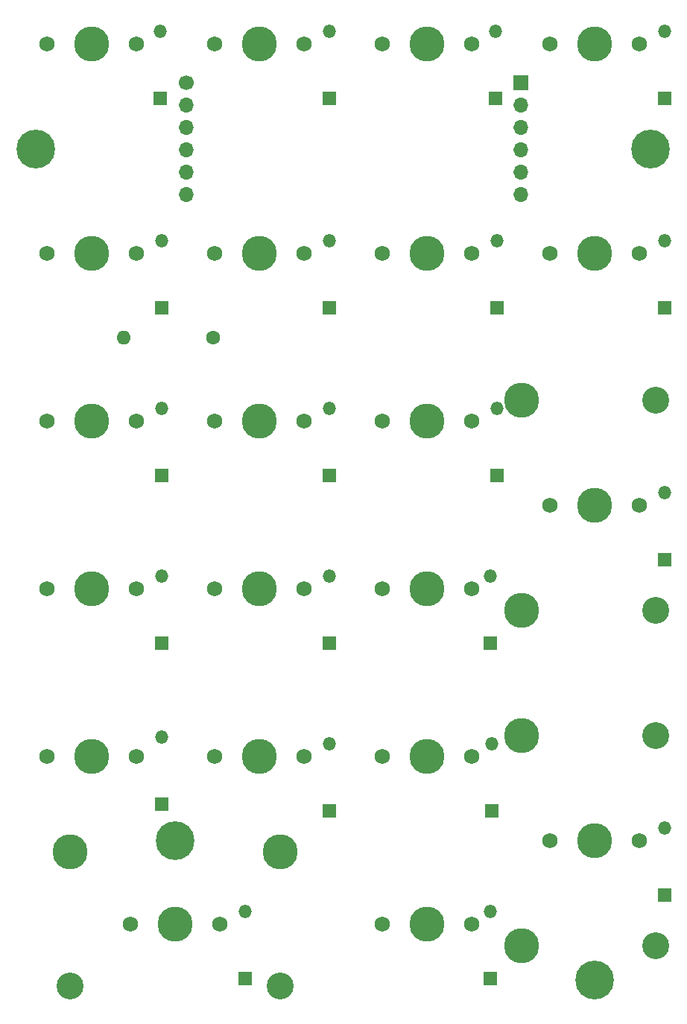
<source format=gbr>
%TF.GenerationSoftware,KiCad,Pcbnew,(6.0.2)*%
%TF.CreationDate,2022-02-21T00:40:36-05:00*%
%TF.ProjectId,Numpad,4e756d70-6164-42e6-9b69-6361645f7063,rev?*%
%TF.SameCoordinates,Original*%
%TF.FileFunction,Soldermask,Top*%
%TF.FilePolarity,Negative*%
%FSLAX46Y46*%
G04 Gerber Fmt 4.6, Leading zero omitted, Abs format (unit mm)*
G04 Created by KiCad (PCBNEW (6.0.2)) date 2022-02-21 00:40:36*
%MOMM*%
%LPD*%
G01*
G04 APERTURE LIST*
%ADD10C,1.750000*%
%ADD11C,3.987800*%
%ADD12C,3.048000*%
%ADD13C,4.400000*%
%ADD14O,1.700000X1.700000*%
%ADD15R,1.700000X1.700000*%
%ADD16C,1.600000*%
%ADD17O,1.600000X1.600000*%
%ADD18R,1.500000X1.500000*%
%ADD19O,1.500000X1.500000*%
%ADD20C,1.700000*%
G04 APERTURE END LIST*
D10*
%TO.C,MX1*%
X28257500Y-33337500D03*
X38417500Y-33337500D03*
D11*
X33337500Y-33337500D03*
%TD*%
D10*
%TO.C,MX2*%
X57467499Y-33337499D03*
D11*
X52387499Y-33337499D03*
D10*
X47307499Y-33337499D03*
%TD*%
%TO.C,MX7*%
X76517499Y-57149999D03*
X66357499Y-57149999D03*
D11*
X71437499Y-57149999D03*
%TD*%
%TO.C,MX4*%
X90487499Y-33337499D03*
D10*
X85407499Y-33337499D03*
X95567499Y-33337499D03*
%TD*%
D11*
%TO.C,MX10*%
X52387499Y-76199999D03*
D10*
X57467499Y-76199999D03*
X47307499Y-76199999D03*
%TD*%
%TO.C,MX18*%
X76517499Y-114299999D03*
X66357499Y-114299999D03*
D11*
X71437499Y-114299999D03*
%TD*%
D10*
%TO.C,MX3*%
X66357499Y-33337499D03*
X76517499Y-33337499D03*
D11*
X71437499Y-33337499D03*
%TD*%
D10*
%TO.C,MX8*%
X85407499Y-57149999D03*
D11*
X90487499Y-57149999D03*
D10*
X95567499Y-57149999D03*
%TD*%
D11*
%TO.C,MX6*%
X52387499Y-57149999D03*
D10*
X57467499Y-57149999D03*
X47307499Y-57149999D03*
%TD*%
D11*
%TO.C,MX19*%
X42862499Y-133349999D03*
D12*
X54800499Y-140334999D03*
D10*
X37782499Y-133349999D03*
D11*
X30924499Y-125094999D03*
D12*
X30924499Y-140334999D03*
D11*
X54800499Y-125094999D03*
D10*
X47942499Y-133349999D03*
%TD*%
%TO.C,MX20*%
X66357499Y-133349999D03*
D11*
X71437499Y-133349999D03*
D10*
X76517499Y-133349999D03*
%TD*%
D11*
%TO.C,MX21*%
X82232499Y-135762999D03*
D12*
X97472499Y-135762999D03*
X97472499Y-111886999D03*
D11*
X90487499Y-123824999D03*
X82232499Y-111886999D03*
D10*
X95567499Y-123824999D03*
X85407499Y-123824999D03*
%TD*%
D11*
%TO.C,MX11*%
X71437499Y-76199999D03*
D10*
X76517499Y-76199999D03*
X66357499Y-76199999D03*
%TD*%
%TO.C,MX5*%
X28257499Y-57149999D03*
D11*
X33337499Y-57149999D03*
D10*
X38417499Y-57149999D03*
%TD*%
%TO.C,MX12*%
X38417499Y-95249999D03*
D11*
X33337499Y-95249999D03*
D10*
X28257499Y-95249999D03*
%TD*%
D11*
%TO.C,MX17*%
X52387499Y-114299999D03*
D10*
X57467499Y-114299999D03*
X47307499Y-114299999D03*
%TD*%
%TO.C,MX13*%
X57467499Y-95249999D03*
D11*
X52387499Y-95249999D03*
D10*
X47307499Y-95249999D03*
%TD*%
%TO.C,MX14*%
X66357499Y-95249999D03*
X76517499Y-95249999D03*
D11*
X71437499Y-95249999D03*
%TD*%
D10*
%TO.C,MX15*%
X95567499Y-85724999D03*
D11*
X82232499Y-73786999D03*
D12*
X97472499Y-97662999D03*
X97472499Y-73786999D03*
D11*
X90487499Y-85724999D03*
D10*
X85407499Y-85724999D03*
D11*
X82232499Y-97662999D03*
%TD*%
D10*
%TO.C,MX16*%
X38417499Y-114299999D03*
D11*
X33337499Y-114299999D03*
D10*
X28257499Y-114299999D03*
%TD*%
%TO.C,MX9*%
X28257499Y-76199999D03*
X38417499Y-76199999D03*
D11*
X33337499Y-76199999D03*
%TD*%
D13*
%TO.C,H1*%
X26987499Y-45243749D03*
%TD*%
D14*
%TO.C,J1*%
X82137249Y-50419000D03*
X82137249Y-47879000D03*
X82137249Y-45339000D03*
X82137249Y-42799000D03*
X82137249Y-40259000D03*
D15*
X82137249Y-37719000D03*
%TD*%
D16*
%TO.C,R1*%
X47148749Y-66674999D03*
D17*
X36988749Y-66674999D03*
%TD*%
D18*
%TO.C,D16*%
X41274999Y-119702500D03*
D19*
X41274999Y-112082500D03*
%TD*%
D18*
%TO.C,D13*%
X60324999Y-101446249D03*
D19*
X60324999Y-93826249D03*
%TD*%
D18*
%TO.C,D8*%
X98424999Y-63346249D03*
D19*
X98424999Y-55726249D03*
%TD*%
D13*
%TO.C,H4*%
X90487500Y-139700000D03*
%TD*%
D18*
%TO.C,D18*%
X78803499Y-120496249D03*
D19*
X78803499Y-112876249D03*
%TD*%
D18*
%TO.C,D17*%
X60324999Y-120496249D03*
D19*
X60324999Y-112876249D03*
%TD*%
D18*
%TO.C,D10*%
X60324999Y-82396249D03*
D19*
X60324999Y-74776249D03*
%TD*%
D18*
%TO.C,D5*%
X41274999Y-63346249D03*
D19*
X41274999Y-55726249D03*
%TD*%
%TO.C,D2*%
X60324999Y-31913749D03*
D18*
X60324999Y-39533749D03*
%TD*%
%TO.C,D3*%
X79216249Y-39533749D03*
D19*
X79216249Y-31913749D03*
%TD*%
D18*
%TO.C,D11*%
X79374999Y-82396249D03*
D19*
X79374999Y-74776249D03*
%TD*%
D18*
%TO.C,D15*%
X98424999Y-91921249D03*
D19*
X98424999Y-84301249D03*
%TD*%
D18*
%TO.C,D4*%
X98424999Y-39533749D03*
D19*
X98424999Y-31913749D03*
%TD*%
D18*
%TO.C,D19*%
X50799999Y-139546249D03*
D19*
X50799999Y-131926249D03*
%TD*%
D18*
%TO.C,D21*%
X98424999Y-130021249D03*
D19*
X98424999Y-122401249D03*
%TD*%
D18*
%TO.C,D6*%
X60324999Y-63346249D03*
D19*
X60324999Y-55726249D03*
%TD*%
D18*
%TO.C,D20*%
X78676499Y-139546249D03*
D19*
X78676499Y-131926249D03*
%TD*%
D13*
%TO.C,H3*%
X42862500Y-123825000D03*
%TD*%
D20*
%TO.C,J2*%
X44069000Y-37719000D03*
D14*
X44069000Y-40259000D03*
X44069000Y-42799000D03*
X44069000Y-45339000D03*
X44069000Y-47879000D03*
X44069000Y-50419000D03*
%TD*%
D18*
%TO.C,D12*%
X41274999Y-101446249D03*
D19*
X41274999Y-93826249D03*
%TD*%
D18*
%TO.C,D1*%
X41116249Y-39501999D03*
D19*
X41116249Y-31881999D03*
%TD*%
D13*
%TO.C,H2*%
X96837499Y-45243749D03*
%TD*%
D18*
%TO.C,D9*%
X41274999Y-82396249D03*
D19*
X41274999Y-74776249D03*
%TD*%
D18*
%TO.C,D14*%
X78676499Y-101446249D03*
D19*
X78676499Y-93826249D03*
%TD*%
D18*
%TO.C,D7*%
X79374999Y-63346249D03*
D19*
X79374999Y-55726249D03*
%TD*%
M02*

</source>
